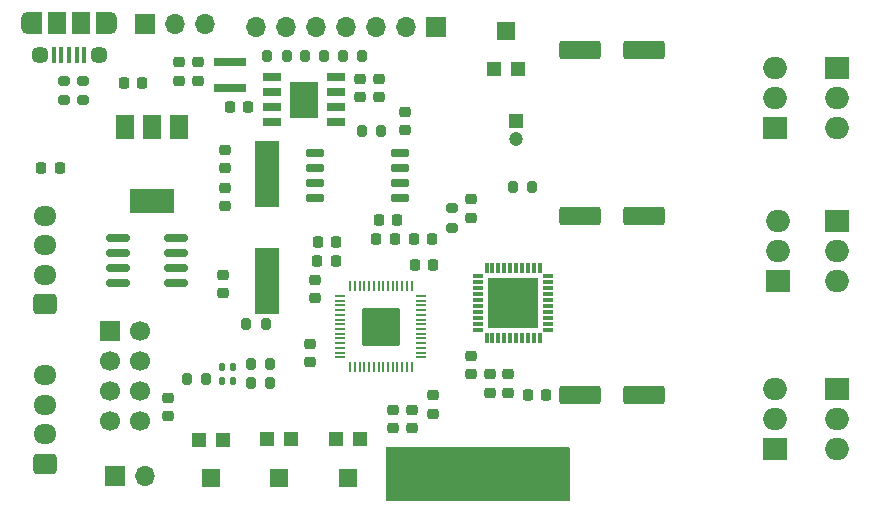
<source format=gbr>
%TF.GenerationSoftware,KiCad,Pcbnew,(7.0.0)*%
%TF.CreationDate,2023-03-04T23:05:34-05:00*%
%TF.ProjectId,electrium-esc-v2,656c6563-7472-4697-956d-2d6573632d76,rev?*%
%TF.SameCoordinates,Original*%
%TF.FileFunction,Soldermask,Top*%
%TF.FilePolarity,Negative*%
%FSLAX46Y46*%
G04 Gerber Fmt 4.6, Leading zero omitted, Abs format (unit mm)*
G04 Created by KiCad (PCBNEW (7.0.0)) date 2023-03-04 23:05:34*
%MOMM*%
%LPD*%
G01*
G04 APERTURE LIST*
G04 Aperture macros list*
%AMRoundRect*
0 Rectangle with rounded corners*
0 $1 Rounding radius*
0 $2 $3 $4 $5 $6 $7 $8 $9 X,Y pos of 4 corners*
0 Add a 4 corners polygon primitive as box body*
4,1,4,$2,$3,$4,$5,$6,$7,$8,$9,$2,$3,0*
0 Add four circle primitives for the rounded corners*
1,1,$1+$1,$2,$3*
1,1,$1+$1,$4,$5*
1,1,$1+$1,$6,$7*
1,1,$1+$1,$8,$9*
0 Add four rect primitives between the rounded corners*
20,1,$1+$1,$2,$3,$4,$5,0*
20,1,$1+$1,$4,$5,$6,$7,0*
20,1,$1+$1,$6,$7,$8,$9,0*
20,1,$1+$1,$8,$9,$2,$3,0*%
G04 Aperture macros list end*
%ADD10RoundRect,0.147500X-0.147500X-0.172500X0.147500X-0.172500X0.147500X0.172500X-0.147500X0.172500X0*%
%ADD11RoundRect,0.225000X0.250000X-0.225000X0.250000X0.225000X-0.250000X0.225000X-0.250000X-0.225000X0*%
%ADD12RoundRect,0.144000X-1.456000X-1.456000X1.456000X-1.456000X1.456000X1.456000X-1.456000X1.456000X0*%
%ADD13RoundRect,0.050000X-0.387500X-0.050000X0.387500X-0.050000X0.387500X0.050000X-0.387500X0.050000X0*%
%ADD14RoundRect,0.050000X-0.050000X-0.387500X0.050000X-0.387500X0.050000X0.387500X-0.050000X0.387500X0*%
%ADD15RoundRect,0.225000X0.225000X0.250000X-0.225000X0.250000X-0.225000X-0.250000X0.225000X-0.250000X0*%
%ADD16RoundRect,0.225000X-0.250000X0.225000X-0.250000X-0.225000X0.250000X-0.225000X0.250000X0.225000X0*%
%ADD17RoundRect,0.225000X-0.225000X-0.250000X0.225000X-0.250000X0.225000X0.250000X-0.225000X0.250000X0*%
%ADD18R,1.700000X1.700000*%
%ADD19C,1.700000*%
%ADD20R,1.200000X1.200000*%
%ADD21R,1.600000X1.500000*%
%ADD22R,4.000000X4.000000*%
%ADD23C,4.000000*%
%ADD24R,2.100000X5.600000*%
%ADD25RoundRect,0.150000X0.825000X0.150000X-0.825000X0.150000X-0.825000X-0.150000X0.825000X-0.150000X0*%
%ADD26R,0.300000X0.900000*%
%ADD27R,0.900000X0.300000*%
%ADD28R,4.250000X4.250000*%
%ADD29RoundRect,0.150000X-0.650000X-0.150000X0.650000X-0.150000X0.650000X0.150000X-0.650000X0.150000X0*%
%ADD30R,1.500000X2.000000*%
%ADD31R,3.800000X2.000000*%
%ADD32RoundRect,0.200000X-0.200000X-0.275000X0.200000X-0.275000X0.200000X0.275000X-0.200000X0.275000X0*%
%ADD33RoundRect,0.200000X0.200000X0.275000X-0.200000X0.275000X-0.200000X-0.275000X0.200000X-0.275000X0*%
%ADD34RoundRect,0.200000X0.275000X-0.200000X0.275000X0.200000X-0.275000X0.200000X-0.275000X-0.200000X0*%
%ADD35RoundRect,0.200000X-0.275000X0.200000X-0.275000X-0.200000X0.275000X-0.200000X0.275000X0.200000X0*%
%ADD36O,2.000000X1.905000*%
%ADD37R,2.000000X1.905000*%
%ADD38R,2.700000X0.800000*%
%ADD39O,1.700000X1.700000*%
%ADD40O,1.950000X1.700000*%
%ADD41RoundRect,0.250000X0.725000X-0.600000X0.725000X0.600000X-0.725000X0.600000X-0.725000X-0.600000X0*%
%ADD42R,1.500000X1.900000*%
%ADD43C,1.450000*%
%ADD44R,1.200000X1.900000*%
%ADD45O,1.200000X1.900000*%
%ADD46R,0.400000X1.350000*%
%ADD47R,1.525000X0.650000*%
%ADD48R,2.400000X3.100000*%
%ADD49RoundRect,0.250000X1.500000X0.550000X-1.500000X0.550000X-1.500000X-0.550000X1.500000X-0.550000X0*%
%ADD50C,1.200000*%
G04 APERTURE END LIST*
D10*
%TO.C,D1*%
X192915000Y-107000000D03*
X193885000Y-107000000D03*
%TD*%
%TO.C,D2*%
X192915000Y-105800000D03*
X193885000Y-105800000D03*
%TD*%
D11*
%TO.C,C32*%
X204600000Y-82975000D03*
X204600000Y-81425000D03*
%TD*%
D12*
%TO.C,U3*%
X206400000Y-102400000D03*
D13*
X202962500Y-99800000D03*
X202962500Y-100200000D03*
X202962500Y-100600000D03*
X202962500Y-101000000D03*
X202962500Y-101400000D03*
X202962500Y-101800000D03*
X202962500Y-102200000D03*
X202962500Y-102600000D03*
X202962500Y-103000000D03*
X202962500Y-103400000D03*
X202962500Y-103800000D03*
X202962500Y-104200000D03*
X202962500Y-104600000D03*
X202962500Y-105000000D03*
D14*
X203800000Y-105837500D03*
X204200000Y-105837500D03*
X204600000Y-105837500D03*
X205000000Y-105837500D03*
X205400000Y-105837500D03*
X205800000Y-105837500D03*
X206200000Y-105837500D03*
X206600000Y-105837500D03*
X207000000Y-105837500D03*
X207400000Y-105837500D03*
X207800000Y-105837500D03*
X208200000Y-105837500D03*
X208600000Y-105837500D03*
X209000000Y-105837500D03*
D13*
X209837500Y-105000000D03*
X209837500Y-104600000D03*
X209837500Y-104200000D03*
X209837500Y-103800000D03*
X209837500Y-103400000D03*
X209837500Y-103000000D03*
X209837500Y-102600000D03*
X209837500Y-102200000D03*
X209837500Y-101800000D03*
X209837500Y-101400000D03*
X209837500Y-101000000D03*
X209837500Y-100600000D03*
X209837500Y-100200000D03*
X209837500Y-99800000D03*
D14*
X209000000Y-98962500D03*
X208600000Y-98962500D03*
X208200000Y-98962500D03*
X207800000Y-98962500D03*
X207400000Y-98962500D03*
X207000000Y-98962500D03*
X206600000Y-98962500D03*
X206200000Y-98962500D03*
X205800000Y-98962500D03*
X205400000Y-98962500D03*
X205000000Y-98962500D03*
X204600000Y-98962500D03*
X204200000Y-98962500D03*
X203800000Y-98962500D03*
%TD*%
D15*
%TO.C,C13*%
X207575000Y-95000000D03*
X206025000Y-95000000D03*
%TD*%
%TO.C,C35*%
X179200000Y-89000000D03*
X177650000Y-89000000D03*
%TD*%
D11*
%TO.C,C34*%
X189300000Y-81575000D03*
X189300000Y-80025000D03*
%TD*%
%TO.C,C33*%
X206200000Y-82950000D03*
X206200000Y-81400000D03*
%TD*%
%TO.C,C31*%
X190900000Y-81575000D03*
X190900000Y-80025000D03*
%TD*%
D15*
%TO.C,C30*%
X195175000Y-83800000D03*
X193625000Y-83800000D03*
%TD*%
D16*
%TO.C,C23*%
X207400000Y-109425000D03*
X207400000Y-110975000D03*
%TD*%
D17*
%TO.C,C21*%
X218825000Y-108200000D03*
X220375000Y-108200000D03*
%TD*%
D11*
%TO.C,C20*%
X217200000Y-107975000D03*
X217200000Y-106425000D03*
%TD*%
D16*
%TO.C,C19*%
X215600000Y-106425000D03*
X215600000Y-107975000D03*
%TD*%
D11*
%TO.C,C18*%
X214000000Y-93175000D03*
X214000000Y-91625000D03*
%TD*%
%TO.C,C17*%
X193200000Y-88950000D03*
X193200000Y-87400000D03*
%TD*%
%TO.C,C16*%
X193000000Y-99575000D03*
X193000000Y-98025000D03*
%TD*%
%TO.C,C15*%
X208400000Y-85750000D03*
X208400000Y-84200000D03*
%TD*%
D17*
%TO.C,C14*%
X209250000Y-97200000D03*
X210800000Y-97200000D03*
%TD*%
D11*
%TO.C,C12*%
X193200000Y-92175000D03*
X193200000Y-90625000D03*
%TD*%
D17*
%TO.C,C11*%
X184625000Y-81800000D03*
X186175000Y-81800000D03*
%TD*%
D11*
%TO.C,C10*%
X188400000Y-110000000D03*
X188400000Y-108450000D03*
%TD*%
D16*
%TO.C,C9*%
X214000000Y-104850000D03*
X214000000Y-106400000D03*
%TD*%
D15*
%TO.C,C8*%
X202575000Y-96800000D03*
X201025000Y-96800000D03*
%TD*%
D16*
%TO.C,C7*%
X210800000Y-108225000D03*
X210800000Y-109775000D03*
%TD*%
D11*
%TO.C,C6*%
X200800000Y-99975000D03*
X200800000Y-98425000D03*
%TD*%
D15*
%TO.C,C5*%
X202600000Y-95200000D03*
X201050000Y-95200000D03*
%TD*%
%TO.C,C4*%
X207775000Y-93400000D03*
X206225000Y-93400000D03*
%TD*%
D16*
%TO.C,C3*%
X200400000Y-103825000D03*
X200400000Y-105375000D03*
%TD*%
%TO.C,C2*%
X209000000Y-109425000D03*
X209000000Y-110975000D03*
%TD*%
D17*
%TO.C,C1*%
X209200000Y-95000000D03*
X210750000Y-95000000D03*
%TD*%
D18*
%TO.C,U5*%
X183459999Y-102799999D03*
D19*
X186000000Y-102800000D03*
X183460000Y-105340000D03*
X186000000Y-105340000D03*
X183460000Y-107880000D03*
X186000000Y-107880000D03*
X183460000Y-110420000D03*
X186000000Y-110420000D03*
%TD*%
D20*
%TO.C,VR1*%
X192999999Y-111999999D03*
D21*
X191999999Y-115249999D03*
D20*
X190999999Y-111999999D03*
%TD*%
D22*
%TO.C,C27*%
X219199999Y-114799999D03*
D23*
X209200000Y-114800000D03*
%TD*%
D24*
%TO.C,Y1*%
X196799999Y-89499999D03*
X196799999Y-98499999D03*
%TD*%
D20*
%TO.C,VR4*%
X215999999Y-80599999D03*
D21*
X216999999Y-77349999D03*
D20*
X217999999Y-80599999D03*
%TD*%
%TO.C,VR3*%
X198799999Y-111949999D03*
D21*
X197799999Y-115199999D03*
D20*
X196799999Y-111949999D03*
%TD*%
%TO.C,VR2*%
X204599999Y-111949999D03*
D21*
X203599999Y-115199999D03*
D20*
X202599999Y-111949999D03*
%TD*%
D25*
%TO.C,U6*%
X184125000Y-98705000D03*
X184125000Y-97435000D03*
X184125000Y-96165000D03*
X184125000Y-94895000D03*
X189075000Y-94895000D03*
X189075000Y-96165000D03*
X189075000Y-97435000D03*
X189075000Y-98705000D03*
%TD*%
D26*
%TO.C,U4*%
X215349999Y-103349999D03*
X215849999Y-103349999D03*
X216349999Y-103349999D03*
X216849999Y-103349999D03*
X217349999Y-103349999D03*
X217849999Y-103349999D03*
X218349999Y-103349999D03*
X218849999Y-103349999D03*
X219349999Y-103349999D03*
X219849999Y-103349999D03*
D27*
X220549999Y-102649999D03*
X220549999Y-102149999D03*
X220549999Y-101649999D03*
X220549999Y-101149999D03*
X220549999Y-100649999D03*
X220549999Y-100149999D03*
X220549999Y-99649999D03*
X220549999Y-99149999D03*
X220549999Y-98649999D03*
X220549999Y-98149999D03*
D26*
X219849999Y-97449999D03*
X219349999Y-97449999D03*
X218849999Y-97449999D03*
X218349999Y-97449999D03*
X217849999Y-97449999D03*
X217349999Y-97449999D03*
X216849999Y-97449999D03*
X216349999Y-97449999D03*
X215849999Y-97449999D03*
X215349999Y-97449999D03*
D27*
X214649999Y-98149999D03*
X214649999Y-98649999D03*
X214649999Y-99149999D03*
X214649999Y-99649999D03*
X214649999Y-100149999D03*
X214649999Y-100649999D03*
X214649999Y-101149999D03*
X214649999Y-101649999D03*
X214649999Y-102149999D03*
X214649999Y-102649999D03*
D28*
X217599999Y-100399999D03*
%TD*%
D29*
%TO.C,U2*%
X200800000Y-87730000D03*
X200800000Y-89000000D03*
X200800000Y-90270000D03*
X200800000Y-91540000D03*
X208000000Y-91540000D03*
X208000000Y-90270000D03*
X208000000Y-89000000D03*
X208000000Y-87730000D03*
%TD*%
D30*
%TO.C,U1*%
X189299999Y-85499999D03*
D31*
X186999999Y-91799999D03*
D30*
X186999999Y-85499999D03*
X184699999Y-85499999D03*
%TD*%
D32*
%TO.C,R15*%
X199975000Y-79500000D03*
X201625000Y-79500000D03*
%TD*%
%TO.C,R14*%
X198425000Y-79500000D03*
X196775000Y-79500000D03*
%TD*%
D33*
%TO.C,R13*%
X204825000Y-79500000D03*
X203175000Y-79500000D03*
%TD*%
%TO.C,R9*%
X217575000Y-90600000D03*
X219225000Y-90600000D03*
%TD*%
D34*
%TO.C,R8*%
X212400000Y-94025000D03*
X212400000Y-92375000D03*
%TD*%
D33*
%TO.C,R7*%
X196650000Y-102200000D03*
X195000000Y-102200000D03*
%TD*%
%TO.C,R6*%
X191600000Y-106800000D03*
X189950000Y-106800000D03*
%TD*%
%TO.C,R5*%
X206425000Y-85800000D03*
X204775000Y-85800000D03*
%TD*%
D35*
%TO.C,R4*%
X181200000Y-81575000D03*
X181200000Y-83225000D03*
%TD*%
%TO.C,R3*%
X179600000Y-81575000D03*
X179600000Y-83225000D03*
%TD*%
D32*
%TO.C,R2*%
X195375000Y-105600000D03*
X197025000Y-105600000D03*
%TD*%
%TO.C,R1*%
X195375000Y-107200000D03*
X197025000Y-107200000D03*
%TD*%
D36*
%TO.C,Q6*%
X245006999Y-85539999D03*
X245006999Y-82999999D03*
D37*
X245006999Y-80459999D03*
%TD*%
%TO.C,Q5*%
X245046999Y-93459999D03*
D36*
X245046999Y-95999999D03*
X245046999Y-98539999D03*
%TD*%
D37*
%TO.C,Q4*%
X244999999Y-107659999D03*
D36*
X244999999Y-110199999D03*
X244999999Y-112739999D03*
%TD*%
%TO.C,Q3*%
X239799999Y-80459999D03*
X239799999Y-82999999D03*
D37*
X239799999Y-85539999D03*
%TD*%
%TO.C,Q2*%
X240022999Y-98539999D03*
D36*
X240022999Y-95999999D03*
X240022999Y-93459999D03*
%TD*%
D37*
%TO.C,Q1*%
X239792999Y-112739999D03*
D36*
X239792999Y-110199999D03*
X239792999Y-107659999D03*
%TD*%
D38*
%TO.C,L1*%
X193599999Y-82199999D03*
X193599999Y-79999999D03*
%TD*%
D18*
%TO.C,J6*%
X186459999Y-76799999D03*
D39*
X188999999Y-76799999D03*
X191539999Y-76799999D03*
%TD*%
D40*
%TO.C,J5*%
X177999999Y-106499999D03*
X177999999Y-108999999D03*
X177999999Y-111499999D03*
D41*
X178000000Y-114000000D03*
%TD*%
D39*
%TO.C,J4*%
X186464999Y-114999999D03*
D18*
X183924999Y-114999999D03*
%TD*%
%TO.C,J3*%
X211079999Y-76999999D03*
D39*
X208539999Y-76999999D03*
X205999999Y-76999999D03*
X203459999Y-76999999D03*
X200919999Y-76999999D03*
X198379999Y-76999999D03*
X195839999Y-76999999D03*
%TD*%
D42*
%TO.C,J2*%
X179005866Y-76699999D03*
D43*
X177505867Y-79400000D03*
D44*
X182905866Y-76699999D03*
D45*
X183505866Y-76699999D03*
D43*
X182505867Y-79400000D03*
D45*
X176505866Y-76699999D03*
D44*
X177105866Y-76699999D03*
D42*
X181005866Y-76699999D03*
D46*
X178705866Y-79399999D03*
X179355866Y-79399999D03*
X180005866Y-79399999D03*
X180655866Y-79399999D03*
X181305866Y-79399999D03*
%TD*%
D41*
%TO.C,J1*%
X178000000Y-100500000D03*
D40*
X177999999Y-97999999D03*
X177999999Y-95499999D03*
X177999999Y-92999999D03*
%TD*%
D47*
%TO.C,IC1*%
X202611999Y-85104999D03*
X202611999Y-83834999D03*
X202611999Y-82564999D03*
X202611999Y-81294999D03*
X197187999Y-81294999D03*
X197187999Y-82564999D03*
X197187999Y-83834999D03*
X197187999Y-85104999D03*
D48*
X199899999Y-83199999D03*
%TD*%
D49*
%TO.C,C26*%
X228645000Y-108200000D03*
X223245000Y-108200000D03*
%TD*%
%TO.C,C25*%
X228700000Y-93000000D03*
X223300000Y-93000000D03*
%TD*%
%TO.C,C24*%
X223252000Y-79000000D03*
X228652000Y-79000000D03*
%TD*%
D20*
%TO.C,C22*%
X217799999Y-84999999D03*
D50*
X217800000Y-86500000D03*
%TD*%
G36*
X222338000Y-112616613D02*
G01*
X222383387Y-112662000D01*
X222400000Y-112724000D01*
X222400000Y-117076000D01*
X222383387Y-117138000D01*
X222338000Y-117183387D01*
X222276000Y-117200000D01*
X206924000Y-117200000D01*
X206862000Y-117183387D01*
X206816613Y-117138000D01*
X206800000Y-117076000D01*
X206800000Y-112724000D01*
X206816613Y-112662000D01*
X206862000Y-112616613D01*
X206924000Y-112600000D01*
X222276000Y-112600000D01*
X222338000Y-112616613D01*
G37*
M02*

</source>
